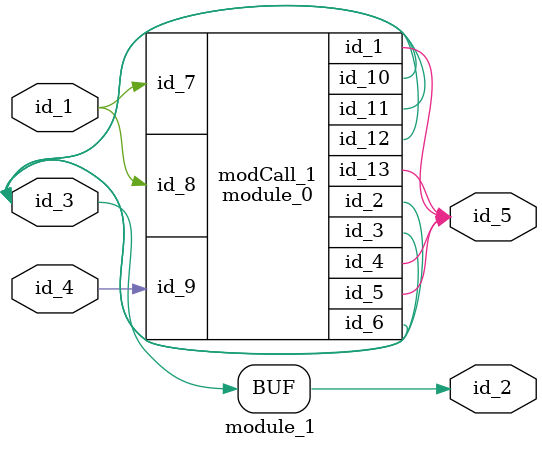
<source format=v>
module module_0 (
    id_1,
    id_2,
    id_3,
    id_4,
    id_5,
    id_6,
    id_7,
    id_8,
    id_9,
    id_10,
    id_11,
    id_12,
    id_13
);
  output wire id_13;
  inout wire id_12;
  output wire id_11;
  inout wire id_10;
  input wire id_9;
  input wire id_8;
  input wire id_7;
  inout wire id_6;
  output wire id_5;
  output wire id_4;
  inout wire id_3;
  inout wire id_2;
  output wire id_1;
  wire id_14;
endmodule
module module_1 (
    id_1,
    id_2,
    id_3,
    id_4,
    id_5
);
  output wire id_5;
  input wire id_4;
  inout wire id_3;
  output wire id_2;
  input wire id_1;
  assign id_2 = id_3;
  module_0 modCall_1 (
      id_5,
      id_3,
      id_3,
      id_5,
      id_5,
      id_3,
      id_1,
      id_1,
      id_4,
      id_3,
      id_3,
      id_3,
      id_5
  );
endmodule

</source>
